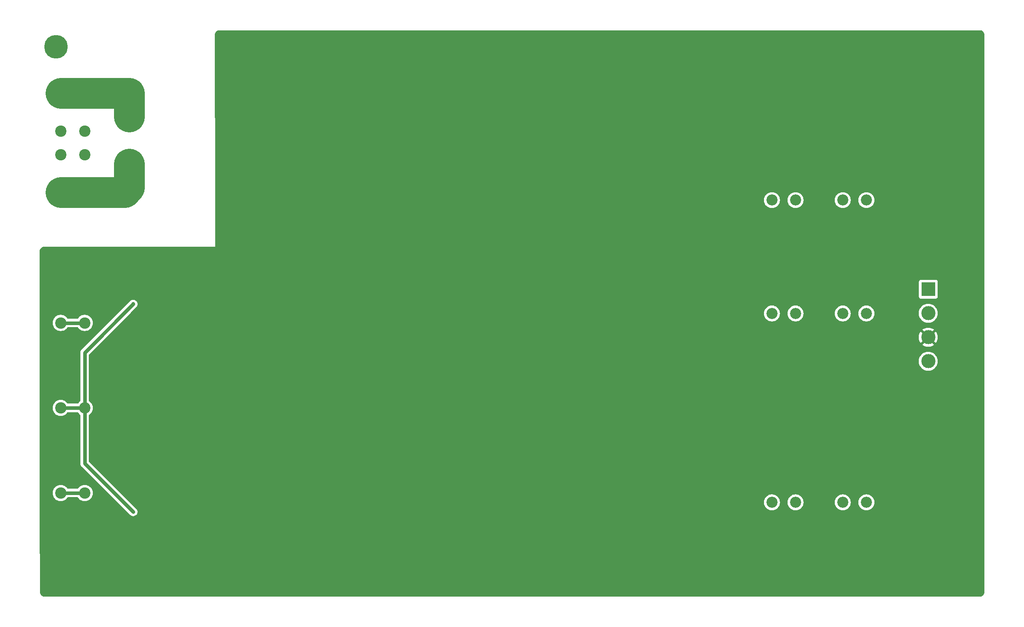
<source format=gbr>
G04 #@! TF.GenerationSoftware,KiCad,Pcbnew,9.0.0*
G04 #@! TF.CreationDate,2025-02-23T15:52:22-07:00*
G04 #@! TF.ProjectId,Power_Supply,506f7765-725f-4537-9570-706c792e6b69,rev?*
G04 #@! TF.SameCoordinates,Original*
G04 #@! TF.FileFunction,Copper,L2,Bot*
G04 #@! TF.FilePolarity,Positive*
%FSLAX46Y46*%
G04 Gerber Fmt 4.6, Leading zero omitted, Abs format (unit mm)*
G04 Created by KiCad (PCBNEW 9.0.0) date 2025-02-23 15:52:22*
%MOMM*%
%LPD*%
G01*
G04 APERTURE LIST*
G04 #@! TA.AperFunction,ComponentPad*
%ADD10C,2.350000*%
G04 #@! TD*
G04 #@! TA.AperFunction,ComponentPad*
%ADD11C,2.400000*%
G04 #@! TD*
G04 #@! TA.AperFunction,ComponentPad*
%ADD12R,3.000000X3.000000*%
G04 #@! TD*
G04 #@! TA.AperFunction,ComponentPad*
%ADD13C,3.000000*%
G04 #@! TD*
G04 #@! TA.AperFunction,ComponentPad*
%ADD14C,5.000000*%
G04 #@! TD*
G04 #@! TA.AperFunction,ViaPad*
%ADD15C,0.800000*%
G04 #@! TD*
G04 #@! TA.AperFunction,Conductor*
%ADD16C,0.800000*%
G04 #@! TD*
G04 #@! TA.AperFunction,Conductor*
%ADD17C,6.500000*%
G04 #@! TD*
G04 APERTURE END LIST*
D10*
X19000000Y-18378200D03*
X19000000Y-13378200D03*
X19000000Y-33378200D03*
X19000000Y-28378200D03*
X170000000Y-36000000D03*
X175000000Y-36000000D03*
X160000000Y-36000000D03*
X155000000Y-36000000D03*
X175000000Y-60000000D03*
X170000000Y-60000000D03*
X155000000Y-60000000D03*
X160000000Y-60000000D03*
X175000000Y-100000000D03*
X170000000Y-100000000D03*
X155000000Y-100000000D03*
X160000000Y-100000000D03*
D11*
X4460000Y-13378200D03*
X9540000Y-13378200D03*
X9540000Y-21378200D03*
X4460000Y-21378200D03*
X9540000Y-62000000D03*
X4460000Y-62000000D03*
X9540000Y-80000000D03*
X4460000Y-80000000D03*
X4460000Y-98000000D03*
X9540000Y-98000000D03*
X4460000Y-34378200D03*
X9540000Y-34378200D03*
D12*
X188087000Y-54864000D03*
D13*
X188087000Y-59944000D03*
X188087000Y-65024000D03*
X188087000Y-70104000D03*
D11*
X4460000Y-26378200D03*
X9540000Y-26378200D03*
D14*
X196500000Y-3500000D03*
X3500000Y-3500000D03*
X3500000Y-116500000D03*
X196500000Y-116500000D03*
D15*
X95651680Y-11160760D03*
X93451680Y-13360760D03*
X93451680Y-15560760D03*
X95651680Y-15560760D03*
X93451680Y-17760760D03*
X95651680Y-17760760D03*
X93451680Y-19960760D03*
X95651680Y-19960760D03*
X97851680Y-11160760D03*
X100051680Y-11160760D03*
X102251680Y-11160760D03*
X104451680Y-11160760D03*
X95651680Y-13360760D03*
X97851680Y-13360760D03*
X100051680Y-13360760D03*
X102251680Y-13360760D03*
X106651680Y-11160760D03*
X104451680Y-13360760D03*
X106651680Y-13360760D03*
X104451680Y-15560760D03*
X106651680Y-15560760D03*
X104451680Y-17760760D03*
X106651680Y-17760760D03*
X104451680Y-19960760D03*
X106651680Y-19960760D03*
X135621120Y-11247120D03*
X133421120Y-13447120D03*
X133421120Y-15647120D03*
X135621120Y-15647120D03*
X133421120Y-17847120D03*
X135621120Y-17847120D03*
X133421120Y-20047120D03*
X135621120Y-20047120D03*
X137821120Y-11247120D03*
X140021120Y-11247120D03*
X142221120Y-11247120D03*
X144421120Y-11247120D03*
X135621120Y-13447120D03*
X137821120Y-13447120D03*
X140021120Y-13447120D03*
X142221120Y-13447120D03*
X146621120Y-11247120D03*
X144421120Y-13447120D03*
X146621120Y-13447120D03*
X144421120Y-15647120D03*
X146621120Y-15647120D03*
X144421120Y-17847120D03*
X146621120Y-17847120D03*
X144421120Y-20047120D03*
X146621120Y-20047120D03*
X97689120Y-53431800D03*
X99889120Y-53431800D03*
X102089120Y-53431800D03*
X106489120Y-51231800D03*
X104289120Y-53431800D03*
X93289120Y-51231800D03*
X104289120Y-55631800D03*
X106489120Y-53431800D03*
X104289120Y-51231800D03*
X95489120Y-53431800D03*
X95489120Y-51231800D03*
X93289120Y-53431800D03*
X102089120Y-51231800D03*
X95489120Y-55631800D03*
X93289120Y-57831800D03*
X95489120Y-57831800D03*
X93289120Y-60031800D03*
X95489120Y-60031800D03*
X93289120Y-55631800D03*
X99889120Y-51231800D03*
X106489120Y-55631800D03*
X106489120Y-57831800D03*
X104289120Y-60031800D03*
X106489120Y-60031800D03*
X104289120Y-57831800D03*
X97689120Y-51231800D03*
X159730440Y-44983400D03*
X62443360Y-13685520D03*
X176067720Y-17993360D03*
X29281120Y-93990160D03*
X160411160Y-91963240D03*
X134680960Y-57993280D03*
X135544560Y-98028760D03*
X93451680Y-11160760D03*
X63139320Y-106334560D03*
X62814200Y-53705760D03*
X97444560Y-109235240D03*
X117642640Y-97297240D03*
X160639760Y-67985640D03*
X133421120Y-11247120D03*
X29291280Y-65999360D03*
X19812000Y-102001320D03*
X19817080Y-58013600D03*
D16*
X9540000Y-62000000D02*
X4460000Y-62000000D01*
X9540000Y-98000000D02*
X4460000Y-98000000D01*
X19812000Y-102001320D02*
X9540000Y-91729320D01*
X9540000Y-91729320D02*
X9540000Y-80000000D01*
X4460000Y-80000000D02*
X9540000Y-80000000D01*
X19817080Y-58013600D02*
X9540000Y-68290680D01*
X9540000Y-68290680D02*
X9540000Y-80000000D01*
D17*
X19000000Y-13378200D02*
X19000000Y-18378200D01*
X9540000Y-13378200D02*
X19000000Y-13378200D01*
X4460000Y-13378200D02*
X9540000Y-13378200D01*
X4460000Y-34378200D02*
X9540000Y-34378200D01*
X19000000Y-28378200D02*
X19000000Y-33378200D01*
X18000000Y-34378200D02*
X19000000Y-33378200D01*
X9540000Y-34378200D02*
X18000000Y-34378200D01*
G04 #@! TA.AperFunction,Conductor*
G36*
X199130343Y-26105D02*
G01*
X199141623Y-27214D01*
X199151965Y-28231D01*
X199176183Y-33045D01*
X199340031Y-82728D01*
X199362839Y-92171D01*
X199513843Y-172859D01*
X199534380Y-186578D01*
X199666735Y-295166D01*
X199684203Y-312628D01*
X199792833Y-444952D01*
X199806557Y-465485D01*
X199887289Y-616459D01*
X199896746Y-639277D01*
X199946474Y-803098D01*
X199951297Y-827320D01*
X199968723Y-1003879D01*
X199969332Y-1016228D01*
X199974500Y-25422455D01*
X199974500Y-119162827D01*
X199974390Y-119163563D01*
X199974495Y-119163930D01*
X199969081Y-119199383D01*
X199921848Y-119355183D01*
X199912397Y-119378007D01*
X199831701Y-119529030D01*
X199817980Y-119549571D01*
X199709363Y-119681955D01*
X199691897Y-119699426D01*
X199559536Y-119808073D01*
X199539001Y-119821796D01*
X199387988Y-119902527D01*
X199365166Y-119911981D01*
X199201301Y-119961696D01*
X199177073Y-119966516D01*
X199112213Y-119972905D01*
X199102189Y-119973893D01*
X199089839Y-119974500D01*
X963590Y-119974500D01*
X951253Y-119973895D01*
X876701Y-119966560D01*
X852501Y-119961751D01*
X688826Y-119912158D01*
X666026Y-119902726D01*
X515143Y-119822181D01*
X494620Y-119808486D01*
X362335Y-119700089D01*
X344876Y-119682660D01*
X236246Y-119550554D01*
X222518Y-119530056D01*
X141716Y-119379313D01*
X132245Y-119356530D01*
X131834Y-119355183D01*
X82370Y-119192937D01*
X77521Y-119168747D01*
X77002Y-119163563D01*
X59864Y-118992382D01*
X59238Y-118980055D01*
X31352Y-102707000D01*
X25500Y-99291717D01*
X25500Y-97888016D01*
X2751500Y-97888016D01*
X2751500Y-98111983D01*
X2780731Y-98334020D01*
X2780733Y-98334027D01*
X2838698Y-98550358D01*
X2924405Y-98757272D01*
X2924406Y-98757273D01*
X2924411Y-98757283D01*
X2999655Y-98887609D01*
X3036386Y-98951228D01*
X3121917Y-99062694D01*
X3172725Y-99128909D01*
X3172734Y-99128919D01*
X3331080Y-99287265D01*
X3331090Y-99287274D01*
X3331091Y-99287275D01*
X3508772Y-99423614D01*
X3702728Y-99535595D01*
X3909642Y-99621302D01*
X4125973Y-99679267D01*
X4125977Y-99679267D01*
X4125979Y-99679268D01*
X4183204Y-99686801D01*
X4348019Y-99708500D01*
X4348026Y-99708500D01*
X4571974Y-99708500D01*
X4571981Y-99708500D01*
X4772656Y-99682080D01*
X4794020Y-99679268D01*
X4794020Y-99679267D01*
X4794027Y-99679267D01*
X5010358Y-99621302D01*
X5217272Y-99535595D01*
X5411228Y-99423614D01*
X5588909Y-99287275D01*
X5747275Y-99128909D01*
X5878574Y-98957795D01*
X5935912Y-98915929D01*
X5978537Y-98908500D01*
X8021463Y-98908500D01*
X8089584Y-98928502D01*
X8121425Y-98957795D01*
X8252725Y-99128909D01*
X8252729Y-99128913D01*
X8252734Y-99128919D01*
X8411080Y-99287265D01*
X8411090Y-99287274D01*
X8411091Y-99287275D01*
X8588772Y-99423614D01*
X8782728Y-99535595D01*
X8989642Y-99621302D01*
X9205973Y-99679267D01*
X9205977Y-99679267D01*
X9205979Y-99679268D01*
X9263204Y-99686801D01*
X9428019Y-99708500D01*
X9428026Y-99708500D01*
X9651974Y-99708500D01*
X9651981Y-99708500D01*
X9852656Y-99682080D01*
X9874020Y-99679268D01*
X9874020Y-99679267D01*
X9874027Y-99679267D01*
X10090358Y-99621302D01*
X10297272Y-99535595D01*
X10491228Y-99423614D01*
X10668909Y-99287275D01*
X10827275Y-99128909D01*
X10963614Y-98951228D01*
X11075595Y-98757272D01*
X11161302Y-98550358D01*
X11219267Y-98334027D01*
X11248500Y-98111981D01*
X11248500Y-97888019D01*
X11219267Y-97665973D01*
X11161302Y-97449642D01*
X11075595Y-97242728D01*
X10963614Y-97048772D01*
X10827275Y-96871091D01*
X10827274Y-96871090D01*
X10827265Y-96871080D01*
X10668919Y-96712734D01*
X10668909Y-96712725D01*
X10491228Y-96576386D01*
X10491223Y-96576383D01*
X10297283Y-96464411D01*
X10297278Y-96464408D01*
X10297272Y-96464405D01*
X10090358Y-96378698D01*
X9874027Y-96320733D01*
X9874020Y-96320731D01*
X9651983Y-96291500D01*
X9651981Y-96291500D01*
X9428019Y-96291500D01*
X9428016Y-96291500D01*
X9205979Y-96320731D01*
X8989642Y-96378698D01*
X8782726Y-96464406D01*
X8782716Y-96464411D01*
X8588776Y-96576383D01*
X8411090Y-96712725D01*
X8411080Y-96712734D01*
X8252734Y-96871080D01*
X8252725Y-96871091D01*
X8121426Y-97042204D01*
X8064088Y-97084071D01*
X8021463Y-97091500D01*
X5978537Y-97091500D01*
X5910416Y-97071498D01*
X5878574Y-97042204D01*
X5747275Y-96871091D01*
X5747269Y-96871085D01*
X5747265Y-96871080D01*
X5588919Y-96712734D01*
X5588909Y-96712725D01*
X5411228Y-96576386D01*
X5411223Y-96576383D01*
X5217283Y-96464411D01*
X5217278Y-96464408D01*
X5217272Y-96464405D01*
X5010358Y-96378698D01*
X4794027Y-96320733D01*
X4794020Y-96320731D01*
X4571983Y-96291500D01*
X4571981Y-96291500D01*
X4348019Y-96291500D01*
X4348016Y-96291500D01*
X4125979Y-96320731D01*
X3909642Y-96378698D01*
X3702726Y-96464406D01*
X3702716Y-96464411D01*
X3508776Y-96576383D01*
X3331090Y-96712725D01*
X3331080Y-96712734D01*
X3172734Y-96871080D01*
X3172725Y-96871090D01*
X3036383Y-97048776D01*
X2924411Y-97242716D01*
X2924406Y-97242726D01*
X2838698Y-97449642D01*
X2780731Y-97665979D01*
X2751500Y-97888016D01*
X25500Y-97888016D01*
X25500Y-79888016D01*
X2751500Y-79888016D01*
X2751500Y-80111983D01*
X2780731Y-80334020D01*
X2780733Y-80334027D01*
X2838698Y-80550358D01*
X2924405Y-80757272D01*
X3036386Y-80951228D01*
X3172724Y-81128908D01*
X3172725Y-81128909D01*
X3172734Y-81128919D01*
X3331080Y-81287265D01*
X3331090Y-81287274D01*
X3331091Y-81287275D01*
X3508772Y-81423614D01*
X3702728Y-81535595D01*
X3909642Y-81621302D01*
X4125973Y-81679267D01*
X4125977Y-81679267D01*
X4125979Y-81679268D01*
X4183204Y-81686801D01*
X4348019Y-81708500D01*
X4348026Y-81708500D01*
X4571974Y-81708500D01*
X4571981Y-81708500D01*
X4772656Y-81682080D01*
X4794020Y-81679268D01*
X4794020Y-81679267D01*
X4794027Y-81679267D01*
X5010358Y-81621302D01*
X5217272Y-81535595D01*
X5411228Y-81423614D01*
X5588909Y-81287275D01*
X5747275Y-81128909D01*
X5878574Y-80957795D01*
X5935912Y-80915929D01*
X5978537Y-80908500D01*
X8021463Y-80908500D01*
X8089584Y-80928502D01*
X8121425Y-80957795D01*
X8252725Y-81128909D01*
X8252729Y-81128913D01*
X8252734Y-81128919D01*
X8411080Y-81287265D01*
X8411097Y-81287280D01*
X8491691Y-81349121D01*
X8582203Y-81418574D01*
X8624071Y-81475911D01*
X8631500Y-81518536D01*
X8631500Y-91639841D01*
X8631500Y-91818799D01*
X8666413Y-91994320D01*
X8734897Y-92159656D01*
X8801330Y-92259080D01*
X8834321Y-92308454D01*
X8834326Y-92308460D01*
X19232859Y-102706993D01*
X19232865Y-102706998D01*
X19381664Y-102806423D01*
X19381666Y-102806424D01*
X19498572Y-102854847D01*
X19498574Y-102854849D01*
X19542572Y-102873073D01*
X19547000Y-102874907D01*
X19722521Y-102909820D01*
X19722522Y-102909820D01*
X19901479Y-102909820D01*
X19901480Y-102909820D01*
X20077000Y-102874907D01*
X20242336Y-102806423D01*
X20391136Y-102706998D01*
X20517678Y-102580456D01*
X20617103Y-102431656D01*
X20685587Y-102266320D01*
X20720500Y-102090800D01*
X20720500Y-101911841D01*
X20685587Y-101736321D01*
X20617103Y-101570984D01*
X20517678Y-101422185D01*
X20517673Y-101422179D01*
X18985149Y-99889655D01*
X153316500Y-99889655D01*
X153316500Y-100110344D01*
X153345303Y-100329131D01*
X153402421Y-100542299D01*
X153402423Y-100542303D01*
X153486873Y-100746187D01*
X153486878Y-100746196D01*
X153597215Y-100937305D01*
X153731562Y-101112390D01*
X153731571Y-101112400D01*
X153887599Y-101268428D01*
X153887609Y-101268437D01*
X154062694Y-101402784D01*
X154126397Y-101439563D01*
X154253809Y-101513125D01*
X154457696Y-101597577D01*
X154670861Y-101654695D01*
X154670867Y-101654695D01*
X154670868Y-101654696D01*
X154695976Y-101658001D01*
X154889658Y-101683500D01*
X154889665Y-101683500D01*
X155110335Y-101683500D01*
X155110342Y-101683500D01*
X155329139Y-101654695D01*
X155542304Y-101597577D01*
X155746191Y-101513125D01*
X155937309Y-101402782D01*
X156112390Y-101268438D01*
X156268438Y-101112390D01*
X156402782Y-100937309D01*
X156513125Y-100746191D01*
X156597577Y-100542304D01*
X156654695Y-100329139D01*
X156683500Y-100110342D01*
X156683500Y-99889658D01*
X156683500Y-99889655D01*
X158316500Y-99889655D01*
X158316500Y-100110344D01*
X158345303Y-100329131D01*
X158402421Y-100542299D01*
X158402423Y-100542303D01*
X158486873Y-100746187D01*
X158486878Y-100746196D01*
X158597215Y-100937305D01*
X158731562Y-101112390D01*
X158731571Y-101112400D01*
X158887599Y-101268428D01*
X158887609Y-101268437D01*
X159062694Y-101402784D01*
X159126397Y-101439563D01*
X159253809Y-101513125D01*
X159457696Y-101597577D01*
X159670861Y-101654695D01*
X159670867Y-101654695D01*
X159670868Y-101654696D01*
X159695976Y-101658001D01*
X159889658Y-101683500D01*
X159889665Y-101683500D01*
X160110335Y-101683500D01*
X160110342Y-101683500D01*
X160329139Y-101654695D01*
X160542304Y-101597577D01*
X160746191Y-101513125D01*
X160937309Y-101402782D01*
X161112390Y-101268438D01*
X161268438Y-101112390D01*
X161402782Y-100937309D01*
X161513125Y-100746191D01*
X161597577Y-100542304D01*
X161654695Y-100329139D01*
X161683500Y-100110342D01*
X161683500Y-99889658D01*
X161683500Y-99889655D01*
X168316500Y-99889655D01*
X168316500Y-100110344D01*
X168345303Y-100329131D01*
X168402421Y-100542299D01*
X168402423Y-100542303D01*
X168486873Y-100746187D01*
X168486878Y-100746196D01*
X168597215Y-100937305D01*
X168731562Y-101112390D01*
X168731571Y-101112400D01*
X168887599Y-101268428D01*
X168887609Y-101268437D01*
X169062694Y-101402784D01*
X169126397Y-101439563D01*
X169253809Y-101513125D01*
X169457696Y-101597577D01*
X169670861Y-101654695D01*
X169670867Y-101654695D01*
X169670868Y-101654696D01*
X169695976Y-101658001D01*
X169889658Y-101683500D01*
X169889665Y-101683500D01*
X170110335Y-101683500D01*
X170110342Y-101683500D01*
X170329139Y-101654695D01*
X170542304Y-101597577D01*
X170746191Y-101513125D01*
X170937309Y-101402782D01*
X171112390Y-101268438D01*
X171268438Y-101112390D01*
X171402782Y-100937309D01*
X171513125Y-100746191D01*
X171597577Y-100542304D01*
X171654695Y-100329139D01*
X171683500Y-100110342D01*
X171683500Y-99889658D01*
X171683500Y-99889655D01*
X173316500Y-99889655D01*
X173316500Y-100110344D01*
X173345303Y-100329131D01*
X173402421Y-100542299D01*
X173402423Y-100542303D01*
X173486873Y-100746187D01*
X173486878Y-100746196D01*
X173597215Y-100937305D01*
X173731562Y-101112390D01*
X173731571Y-101112400D01*
X173887599Y-101268428D01*
X173887609Y-101268437D01*
X174062694Y-101402784D01*
X174126397Y-101439563D01*
X174253809Y-101513125D01*
X174457696Y-101597577D01*
X174670861Y-101654695D01*
X174670867Y-101654695D01*
X174670868Y-101654696D01*
X174695976Y-101658001D01*
X174889658Y-101683500D01*
X174889665Y-101683500D01*
X175110335Y-101683500D01*
X175110342Y-101683500D01*
X175329139Y-101654695D01*
X175542304Y-101597577D01*
X175746191Y-101513125D01*
X175937309Y-101402782D01*
X176112390Y-101268438D01*
X176268438Y-101112390D01*
X176402782Y-100937309D01*
X176513125Y-100746191D01*
X176597577Y-100542304D01*
X176654695Y-100329139D01*
X176683500Y-100110342D01*
X176683500Y-99889658D01*
X176654695Y-99670861D01*
X176597577Y-99457696D01*
X176513125Y-99253809D01*
X176402782Y-99062691D01*
X176268438Y-98887610D01*
X176268437Y-98887609D01*
X176268428Y-98887599D01*
X176112400Y-98731571D01*
X176112390Y-98731562D01*
X175937305Y-98597215D01*
X175746196Y-98486878D01*
X175746187Y-98486873D01*
X175653808Y-98448609D01*
X175542304Y-98402423D01*
X175542301Y-98402422D01*
X175542299Y-98402421D01*
X175367215Y-98355507D01*
X175329139Y-98345305D01*
X175329137Y-98345304D01*
X175329131Y-98345303D01*
X175110344Y-98316500D01*
X175110342Y-98316500D01*
X174889658Y-98316500D01*
X174889655Y-98316500D01*
X174670868Y-98345303D01*
X174457700Y-98402421D01*
X174457696Y-98402423D01*
X174253812Y-98486873D01*
X174253803Y-98486878D01*
X174062694Y-98597215D01*
X173887609Y-98731562D01*
X173887599Y-98731571D01*
X173731571Y-98887599D01*
X173731562Y-98887609D01*
X173597215Y-99062694D01*
X173486878Y-99253803D01*
X173486873Y-99253812D01*
X173402423Y-99457696D01*
X173402421Y-99457700D01*
X173345303Y-99670868D01*
X173316500Y-99889655D01*
X171683500Y-99889655D01*
X171654695Y-99670861D01*
X171597577Y-99457696D01*
X171513125Y-99253809D01*
X171402782Y-99062691D01*
X171268438Y-98887610D01*
X171268437Y-98887609D01*
X171268428Y-98887599D01*
X171112400Y-98731571D01*
X171112390Y-98731562D01*
X170937305Y-98597215D01*
X170746196Y-98486878D01*
X170746187Y-98486873D01*
X170653808Y-98448609D01*
X170542304Y-98402423D01*
X170542301Y-98402422D01*
X170542299Y-98402421D01*
X170367215Y-98355507D01*
X170329139Y-98345305D01*
X170329137Y-98345304D01*
X170329131Y-98345303D01*
X170110344Y-98316500D01*
X170110342Y-98316500D01*
X169889658Y-98316500D01*
X169889655Y-98316500D01*
X169670868Y-98345303D01*
X169457700Y-98402421D01*
X169457696Y-98402423D01*
X169253812Y-98486873D01*
X169253803Y-98486878D01*
X169062694Y-98597215D01*
X168887609Y-98731562D01*
X168887599Y-98731571D01*
X168731571Y-98887599D01*
X168731562Y-98887609D01*
X168597215Y-99062694D01*
X168486878Y-99253803D01*
X168486873Y-99253812D01*
X168402423Y-99457696D01*
X168402421Y-99457700D01*
X168345303Y-99670868D01*
X168316500Y-99889655D01*
X161683500Y-99889655D01*
X161654695Y-99670861D01*
X161597577Y-99457696D01*
X161513125Y-99253809D01*
X161402782Y-99062691D01*
X161268438Y-98887610D01*
X161268437Y-98887609D01*
X161268428Y-98887599D01*
X161112400Y-98731571D01*
X161112390Y-98731562D01*
X160937305Y-98597215D01*
X160746196Y-98486878D01*
X160746187Y-98486873D01*
X160653808Y-98448609D01*
X160542304Y-98402423D01*
X160542301Y-98402422D01*
X160542299Y-98402421D01*
X160367215Y-98355507D01*
X160329139Y-98345305D01*
X160329137Y-98345304D01*
X160329131Y-98345303D01*
X160110344Y-98316500D01*
X160110342Y-98316500D01*
X159889658Y-98316500D01*
X159889655Y-98316500D01*
X159670868Y-98345303D01*
X159457700Y-98402421D01*
X159457696Y-98402423D01*
X159253812Y-98486873D01*
X159253803Y-98486878D01*
X159062694Y-98597215D01*
X158887609Y-98731562D01*
X158887599Y-98731571D01*
X158731571Y-98887599D01*
X158731562Y-98887609D01*
X158597215Y-99062694D01*
X158486878Y-99253803D01*
X158486873Y-99253812D01*
X158402423Y-99457696D01*
X158402421Y-99457700D01*
X158345303Y-99670868D01*
X158316500Y-99889655D01*
X156683500Y-99889655D01*
X156654695Y-99670861D01*
X156597577Y-99457696D01*
X156513125Y-99253809D01*
X156402782Y-99062691D01*
X156268438Y-98887610D01*
X156268437Y-98887609D01*
X156268428Y-98887599D01*
X156112400Y-98731571D01*
X156112390Y-98731562D01*
X155937305Y-98597215D01*
X155746196Y-98486878D01*
X155746187Y-98486873D01*
X155653808Y-98448609D01*
X155542304Y-98402423D01*
X155542301Y-98402422D01*
X155542299Y-98402421D01*
X155367215Y-98355507D01*
X155329139Y-98345305D01*
X155329137Y-98345304D01*
X155329131Y-98345303D01*
X155110344Y-98316500D01*
X155110342Y-98316500D01*
X154889658Y-98316500D01*
X154889655Y-98316500D01*
X154670868Y-98345303D01*
X154457700Y-98402421D01*
X154457696Y-98402423D01*
X154253812Y-98486873D01*
X154253803Y-98486878D01*
X154062694Y-98597215D01*
X153887609Y-98731562D01*
X153887599Y-98731571D01*
X153731571Y-98887599D01*
X153731562Y-98887609D01*
X153597215Y-99062694D01*
X153486878Y-99253803D01*
X153486873Y-99253812D01*
X153402423Y-99457696D01*
X153402421Y-99457700D01*
X153345303Y-99670868D01*
X153316500Y-99889655D01*
X18985149Y-99889655D01*
X10485405Y-91389911D01*
X10451379Y-91327599D01*
X10448500Y-91300816D01*
X10448500Y-81518536D01*
X10468502Y-81450415D01*
X10497795Y-81418574D01*
X10668909Y-81287275D01*
X10827275Y-81128909D01*
X10963614Y-80951228D01*
X11075595Y-80757272D01*
X11161302Y-80550358D01*
X11219267Y-80334027D01*
X11248500Y-80111981D01*
X11248500Y-79888019D01*
X11219267Y-79665973D01*
X11161302Y-79449642D01*
X11075595Y-79242728D01*
X10963614Y-79048772D01*
X10827275Y-78871091D01*
X10827274Y-78871090D01*
X10827265Y-78871080D01*
X10668919Y-78712734D01*
X10668913Y-78712729D01*
X10668909Y-78712725D01*
X10497795Y-78581425D01*
X10455929Y-78524088D01*
X10448500Y-78481463D01*
X10448500Y-69972353D01*
X186078500Y-69972353D01*
X186078500Y-70235646D01*
X186112864Y-70496672D01*
X186112865Y-70496678D01*
X186112866Y-70496680D01*
X186181010Y-70750997D01*
X186281766Y-70994243D01*
X186281767Y-70994244D01*
X186281772Y-70994255D01*
X186413407Y-71222253D01*
X186573689Y-71431138D01*
X186573698Y-71431148D01*
X186759851Y-71617301D01*
X186759861Y-71617310D01*
X186968746Y-71777592D01*
X187196744Y-71909227D01*
X187196748Y-71909228D01*
X187196757Y-71909234D01*
X187440003Y-72009990D01*
X187694320Y-72078134D01*
X187694326Y-72078134D01*
X187694327Y-72078135D01*
X187724281Y-72082078D01*
X187955356Y-72112500D01*
X187955363Y-72112500D01*
X188218637Y-72112500D01*
X188218644Y-72112500D01*
X188479680Y-72078134D01*
X188733997Y-72009990D01*
X188977243Y-71909234D01*
X189205257Y-71777590D01*
X189414138Y-71617311D01*
X189600311Y-71431138D01*
X189760590Y-71222257D01*
X189892234Y-70994243D01*
X189992990Y-70750997D01*
X190061134Y-70496680D01*
X190095500Y-70235644D01*
X190095500Y-69972356D01*
X190061134Y-69711320D01*
X189992990Y-69457003D01*
X189892234Y-69213757D01*
X189892228Y-69213748D01*
X189892227Y-69213744D01*
X189760592Y-68985746D01*
X189600310Y-68776861D01*
X189600301Y-68776851D01*
X189414148Y-68590698D01*
X189414138Y-68590689D01*
X189205253Y-68430407D01*
X188977255Y-68298772D01*
X188977247Y-68298768D01*
X188977243Y-68298766D01*
X188733997Y-68198010D01*
X188479680Y-68129866D01*
X188479678Y-68129865D01*
X188479672Y-68129864D01*
X188218646Y-68095500D01*
X188218644Y-68095500D01*
X187955356Y-68095500D01*
X187955353Y-68095500D01*
X187694327Y-68129864D01*
X187440003Y-68198010D01*
X187196755Y-68298767D01*
X187196744Y-68298772D01*
X186968746Y-68430407D01*
X186759861Y-68590689D01*
X186759851Y-68590698D01*
X186573698Y-68776851D01*
X186573689Y-68776861D01*
X186413407Y-68985746D01*
X186281772Y-69213744D01*
X186281767Y-69213755D01*
X186181010Y-69457003D01*
X186112864Y-69711327D01*
X186078500Y-69972353D01*
X10448500Y-69972353D01*
X10448500Y-68719183D01*
X10468502Y-68651062D01*
X10485405Y-68630088D01*
X14223107Y-64892386D01*
X186079000Y-64892386D01*
X186079000Y-65155613D01*
X186113355Y-65416575D01*
X186181484Y-65670835D01*
X186282216Y-65914023D01*
X186282221Y-65914034D01*
X186413823Y-66141975D01*
X186413827Y-66141981D01*
X186498916Y-66252870D01*
X186498917Y-66252871D01*
X187400110Y-65351677D01*
X187413497Y-65383995D01*
X187496670Y-65508472D01*
X187602528Y-65614330D01*
X187727005Y-65697503D01*
X187759320Y-65710888D01*
X186858127Y-66612081D01*
X186858127Y-66612082D01*
X186969017Y-66697171D01*
X186969024Y-66697176D01*
X187196965Y-66828778D01*
X187196976Y-66828783D01*
X187440164Y-66929515D01*
X187694424Y-66997644D01*
X187955386Y-67031999D01*
X187955396Y-67032000D01*
X188218604Y-67032000D01*
X188218613Y-67031999D01*
X188479575Y-66997644D01*
X188733835Y-66929515D01*
X188977023Y-66828783D01*
X188977034Y-66828778D01*
X189204975Y-66697176D01*
X189204981Y-66697172D01*
X189315871Y-66612082D01*
X189315871Y-66612081D01*
X188414679Y-65710888D01*
X188446995Y-65697503D01*
X188571472Y-65614330D01*
X188677330Y-65508472D01*
X188760503Y-65383995D01*
X188773888Y-65351678D01*
X189675081Y-66252871D01*
X189675082Y-66252871D01*
X189760172Y-66141981D01*
X189760176Y-66141975D01*
X189891778Y-65914034D01*
X189891783Y-65914023D01*
X189992515Y-65670835D01*
X190060644Y-65416575D01*
X190094999Y-65155613D01*
X190095000Y-65155604D01*
X190095000Y-64892396D01*
X190094999Y-64892386D01*
X190060644Y-64631424D01*
X189992515Y-64377164D01*
X189891783Y-64133976D01*
X189891778Y-64133965D01*
X189760176Y-63906024D01*
X189760171Y-63906017D01*
X189675081Y-63795127D01*
X188773888Y-64696320D01*
X188760503Y-64664005D01*
X188677330Y-64539528D01*
X188571472Y-64433670D01*
X188446995Y-64350497D01*
X188414678Y-64337111D01*
X189315871Y-63435917D01*
X189315870Y-63435916D01*
X189204981Y-63350827D01*
X189204975Y-63350823D01*
X188977034Y-63219221D01*
X188977023Y-63219216D01*
X188733835Y-63118484D01*
X188479575Y-63050355D01*
X188218613Y-63016000D01*
X187955386Y-63016000D01*
X187694424Y-63050355D01*
X187440164Y-63118484D01*
X187196976Y-63219216D01*
X187196965Y-63219221D01*
X186969024Y-63350823D01*
X186858127Y-63435917D01*
X187759321Y-64337111D01*
X187727005Y-64350497D01*
X187602528Y-64433670D01*
X187496670Y-64539528D01*
X187413497Y-64664005D01*
X187400111Y-64696321D01*
X186498917Y-63795127D01*
X186413823Y-63906024D01*
X186282221Y-64133965D01*
X186282216Y-64133976D01*
X186181484Y-64377164D01*
X186113355Y-64631424D01*
X186079000Y-64892386D01*
X14223107Y-64892386D01*
X15719944Y-63395549D01*
X19225839Y-59889655D01*
X153316500Y-59889655D01*
X153316500Y-60110344D01*
X153345303Y-60329131D01*
X153345304Y-60329137D01*
X153345305Y-60329139D01*
X153347326Y-60336680D01*
X153402421Y-60542299D01*
X153402423Y-60542303D01*
X153486873Y-60746187D01*
X153486878Y-60746196D01*
X153597215Y-60937305D01*
X153731562Y-61112390D01*
X153731571Y-61112400D01*
X153887599Y-61268428D01*
X153887609Y-61268437D01*
X153887610Y-61268438D01*
X154062691Y-61402782D01*
X154253809Y-61513125D01*
X154457696Y-61597577D01*
X154670861Y-61654695D01*
X154670867Y-61654695D01*
X154670868Y-61654696D01*
X154695976Y-61658001D01*
X154889658Y-61683500D01*
X154889665Y-61683500D01*
X155110335Y-61683500D01*
X155110342Y-61683500D01*
X155329139Y-61654695D01*
X155542304Y-61597577D01*
X155746191Y-61513125D01*
X155937309Y-61402782D01*
X156112390Y-61268438D01*
X156268438Y-61112390D01*
X156402782Y-60937309D01*
X156513125Y-60746191D01*
X156597577Y-60542304D01*
X156654695Y-60329139D01*
X156683500Y-60110342D01*
X156683500Y-59889658D01*
X156683500Y-59889655D01*
X158316500Y-59889655D01*
X158316500Y-60110344D01*
X158345303Y-60329131D01*
X158345304Y-60329137D01*
X158345305Y-60329139D01*
X158347326Y-60336680D01*
X158402421Y-60542299D01*
X158402423Y-60542303D01*
X158486873Y-60746187D01*
X158486878Y-60746196D01*
X158597215Y-60937305D01*
X158731562Y-61112390D01*
X158731571Y-61112400D01*
X158887599Y-61268428D01*
X158887609Y-61268437D01*
X158887610Y-61268438D01*
X159062691Y-61402782D01*
X159253809Y-61513125D01*
X159457696Y-61597577D01*
X159670861Y-61654695D01*
X159670867Y-61654695D01*
X159670868Y-61654696D01*
X159695976Y-61658001D01*
X159889658Y-61683500D01*
X159889665Y-61683500D01*
X160110335Y-61683500D01*
X160110342Y-61683500D01*
X160329139Y-61654695D01*
X160542304Y-61597577D01*
X160746191Y-61513125D01*
X160937309Y-61402782D01*
X161112390Y-61268438D01*
X161268438Y-61112390D01*
X161402782Y-60937309D01*
X161513125Y-60746191D01*
X161597577Y-60542304D01*
X161654695Y-60329139D01*
X161683500Y-60110342D01*
X161683500Y-59889658D01*
X161683500Y-59889655D01*
X168316500Y-59889655D01*
X168316500Y-60110344D01*
X168345303Y-60329131D01*
X168345304Y-60329137D01*
X168345305Y-60329139D01*
X168347326Y-60336680D01*
X168402421Y-60542299D01*
X168402423Y-60542303D01*
X168486873Y-60746187D01*
X168486878Y-60746196D01*
X168597215Y-60937305D01*
X168731562Y-61112390D01*
X168731571Y-61112400D01*
X168887599Y-61268428D01*
X168887609Y-61268437D01*
X168887610Y-61268438D01*
X169062691Y-61402782D01*
X169253809Y-61513125D01*
X169457696Y-61597577D01*
X169670861Y-61654695D01*
X169670867Y-61654695D01*
X169670868Y-61654696D01*
X169695976Y-61658001D01*
X169889658Y-61683500D01*
X169889665Y-61683500D01*
X170110335Y-61683500D01*
X170110342Y-61683500D01*
X170329139Y-61654695D01*
X170542304Y-61597577D01*
X170746191Y-61513125D01*
X170937309Y-61402782D01*
X171112390Y-61268438D01*
X171268438Y-61112390D01*
X171402782Y-60937309D01*
X171513125Y-60746191D01*
X171597577Y-60542304D01*
X171654695Y-60329139D01*
X171683500Y-60110342D01*
X171683500Y-59889658D01*
X171683500Y-59889655D01*
X173316500Y-59889655D01*
X173316500Y-60110344D01*
X173345303Y-60329131D01*
X173345304Y-60329137D01*
X173345305Y-60329139D01*
X173347326Y-60336680D01*
X173402421Y-60542299D01*
X173402423Y-60542303D01*
X173486873Y-60746187D01*
X173486878Y-60746196D01*
X173597215Y-60937305D01*
X173731562Y-61112390D01*
X173731571Y-61112400D01*
X173887599Y-61268428D01*
X173887609Y-61268437D01*
X173887610Y-61268438D01*
X174062691Y-61402782D01*
X174253809Y-61513125D01*
X174457696Y-61597577D01*
X174670861Y-61654695D01*
X174670867Y-61654695D01*
X174670868Y-61654696D01*
X174695976Y-61658001D01*
X174889658Y-61683500D01*
X174889665Y-61683500D01*
X175110335Y-61683500D01*
X175110342Y-61683500D01*
X175329139Y-61654695D01*
X175542304Y-61597577D01*
X175746191Y-61513125D01*
X175937309Y-61402782D01*
X176112390Y-61268438D01*
X176268438Y-61112390D01*
X176402782Y-60937309D01*
X176513125Y-60746191D01*
X176597577Y-60542304D01*
X176654695Y-60329139D01*
X176683500Y-60110342D01*
X176683500Y-59889658D01*
X176673323Y-59812353D01*
X186078500Y-59812353D01*
X186078500Y-60075646D01*
X186112864Y-60336672D01*
X186112865Y-60336678D01*
X186112866Y-60336680D01*
X186181010Y-60590997D01*
X186281766Y-60834243D01*
X186281767Y-60834244D01*
X186281772Y-60834255D01*
X186413407Y-61062253D01*
X186573689Y-61271138D01*
X186573698Y-61271148D01*
X186759851Y-61457301D01*
X186759861Y-61457310D01*
X186759862Y-61457311D01*
X186942661Y-61597577D01*
X186968746Y-61617592D01*
X187196744Y-61749227D01*
X187196748Y-61749228D01*
X187196757Y-61749234D01*
X187440003Y-61849990D01*
X187694320Y-61918134D01*
X187694326Y-61918134D01*
X187694327Y-61918135D01*
X187724281Y-61922078D01*
X187955356Y-61952500D01*
X187955363Y-61952500D01*
X188218637Y-61952500D01*
X188218644Y-61952500D01*
X188479680Y-61918134D01*
X188733997Y-61849990D01*
X188977243Y-61749234D01*
X189205257Y-61617590D01*
X189414138Y-61457311D01*
X189600311Y-61271138D01*
X189760590Y-61062257D01*
X189892234Y-60834243D01*
X189992990Y-60590997D01*
X190061134Y-60336680D01*
X190095500Y-60075644D01*
X190095500Y-59812356D01*
X190061134Y-59551320D01*
X189992990Y-59297003D01*
X189892234Y-59053757D01*
X189892228Y-59053748D01*
X189892227Y-59053744D01*
X189760592Y-58825746D01*
X189688329Y-58731571D01*
X189600311Y-58616862D01*
X189600310Y-58616861D01*
X189600301Y-58616851D01*
X189414148Y-58430698D01*
X189414138Y-58430689D01*
X189205253Y-58270407D01*
X188977255Y-58138772D01*
X188977247Y-58138768D01*
X188977243Y-58138766D01*
X188733997Y-58038010D01*
X188479680Y-57969866D01*
X188479678Y-57969865D01*
X188479672Y-57969864D01*
X188218646Y-57935500D01*
X188218644Y-57935500D01*
X187955356Y-57935500D01*
X187955353Y-57935500D01*
X187694327Y-57969864D01*
X187440003Y-58038010D01*
X187196755Y-58138767D01*
X187196744Y-58138772D01*
X186968746Y-58270407D01*
X186759861Y-58430689D01*
X186759851Y-58430698D01*
X186573698Y-58616851D01*
X186573689Y-58616861D01*
X186413407Y-58825746D01*
X186281772Y-59053744D01*
X186281767Y-59053755D01*
X186281766Y-59053757D01*
X186278064Y-59062694D01*
X186181010Y-59297003D01*
X186112864Y-59551327D01*
X186078500Y-59812353D01*
X176673323Y-59812353D01*
X176654695Y-59670861D01*
X176597577Y-59457696D01*
X176513125Y-59253809D01*
X176402782Y-59062691D01*
X176268438Y-58887610D01*
X176268437Y-58887609D01*
X176268428Y-58887599D01*
X176112400Y-58731571D01*
X176112390Y-58731562D01*
X175937305Y-58597215D01*
X175746196Y-58486878D01*
X175746187Y-58486873D01*
X175642524Y-58443935D01*
X175542304Y-58402423D01*
X175542301Y-58402422D01*
X175542299Y-58402421D01*
X175367215Y-58355507D01*
X175329139Y-58345305D01*
X175329137Y-58345304D01*
X175329131Y-58345303D01*
X175110344Y-58316500D01*
X175110342Y-58316500D01*
X174889658Y-58316500D01*
X174889655Y-58316500D01*
X174670868Y-58345303D01*
X174457700Y-58402421D01*
X174457696Y-58402423D01*
X174253812Y-58486873D01*
X174253803Y-58486878D01*
X174062694Y-58597215D01*
X173887609Y-58731562D01*
X173887599Y-58731571D01*
X173731571Y-58887599D01*
X173731562Y-58887609D01*
X173597215Y-59062694D01*
X173486878Y-59253803D01*
X173486873Y-59253812D01*
X173402423Y-59457696D01*
X173402421Y-59457700D01*
X173345303Y-59670868D01*
X173316500Y-59889655D01*
X171683500Y-59889655D01*
X171654695Y-59670861D01*
X171597577Y-59457696D01*
X171513125Y-59253809D01*
X171402782Y-59062691D01*
X171268438Y-58887610D01*
X171268437Y-58887609D01*
X171268428Y-58887599D01*
X171112400Y-58731571D01*
X171112390Y-58731562D01*
X170937305Y-58597215D01*
X170746196Y-58486878D01*
X170746187Y-58486873D01*
X170642524Y-58443935D01*
X170542304Y-58402423D01*
X170542301Y-58402422D01*
X170542299Y-58402421D01*
X170367215Y-58355507D01*
X170329139Y-58345305D01*
X170329137Y-58345304D01*
X170329131Y-58345303D01*
X170110344Y-58316500D01*
X170110342Y-58316500D01*
X169889658Y-58316500D01*
X169889655Y-58316500D01*
X169670868Y-58345303D01*
X169457700Y-58402421D01*
X169457696Y-58402423D01*
X169253812Y-58486873D01*
X169253803Y-58486878D01*
X169062694Y-58597215D01*
X168887609Y-58731562D01*
X168887599Y-58731571D01*
X168731571Y-58887599D01*
X168731562Y-58887609D01*
X168597215Y-59062694D01*
X168486878Y-59253803D01*
X168486873Y-59253812D01*
X168402423Y-59457696D01*
X168402421Y-59457700D01*
X168345303Y-59670868D01*
X168316500Y-59889655D01*
X161683500Y-59889655D01*
X161654695Y-59670861D01*
X161597577Y-59457696D01*
X161513125Y-59253809D01*
X161402782Y-59062691D01*
X161268438Y-58887610D01*
X161268437Y-58887609D01*
X161268428Y-58887599D01*
X161112400Y-58731571D01*
X161112390Y-58731562D01*
X160937305Y-58597215D01*
X160746196Y-58486878D01*
X160746187Y-58486873D01*
X160642524Y-58443935D01*
X160542304Y-58402423D01*
X160542301Y-58402422D01*
X160542299Y-58402421D01*
X160367215Y-58355507D01*
X160329139Y-58345305D01*
X160329137Y-58345304D01*
X160329131Y-58345303D01*
X160110344Y-58316500D01*
X160110342Y-58316500D01*
X159889658Y-58316500D01*
X159889655Y-58316500D01*
X159670868Y-58345303D01*
X159457700Y-58402421D01*
X159457696Y-58402423D01*
X159253812Y-58486873D01*
X159253803Y-58486878D01*
X159062694Y-58597215D01*
X158887609Y-58731562D01*
X158887599Y-58731571D01*
X158731571Y-58887599D01*
X158731562Y-58887609D01*
X158597215Y-59062694D01*
X158486878Y-59253803D01*
X158486873Y-59253812D01*
X158402423Y-59457696D01*
X158402421Y-59457700D01*
X158345303Y-59670868D01*
X158316500Y-59889655D01*
X156683500Y-59889655D01*
X156654695Y-59670861D01*
X156597577Y-59457696D01*
X156513125Y-59253809D01*
X156402782Y-59062691D01*
X156268438Y-58887610D01*
X156268437Y-58887609D01*
X156268428Y-58887599D01*
X156112400Y-58731571D01*
X156112390Y-58731562D01*
X155937305Y-58597215D01*
X155746196Y-58486878D01*
X155746187Y-58486873D01*
X155642524Y-58443935D01*
X155542304Y-58402423D01*
X155542301Y-58402422D01*
X155542299Y-58402421D01*
X155367215Y-58355507D01*
X155329139Y-58345305D01*
X155329137Y-58345304D01*
X155329131Y-58345303D01*
X155110344Y-58316500D01*
X155110342Y-58316500D01*
X154889658Y-58316500D01*
X154889655Y-58316500D01*
X154670868Y-58345303D01*
X154457700Y-58402421D01*
X154457696Y-58402423D01*
X154253812Y-58486873D01*
X154253803Y-58486878D01*
X154062694Y-58597215D01*
X153887609Y-58731562D01*
X153887599Y-58731571D01*
X153731571Y-58887599D01*
X153731562Y-58887609D01*
X153597215Y-59062694D01*
X153486878Y-59253803D01*
X153486873Y-59253812D01*
X153402423Y-59457696D01*
X153402421Y-59457700D01*
X153345303Y-59670868D01*
X153316500Y-59889655D01*
X19225839Y-59889655D01*
X19319056Y-59796438D01*
X20522753Y-58592740D01*
X20522758Y-58592735D01*
X20622183Y-58443936D01*
X20690667Y-58278600D01*
X20725580Y-58103079D01*
X20725580Y-57924121D01*
X20690667Y-57748600D01*
X20622183Y-57583264D01*
X20522758Y-57434465D01*
X20522753Y-57434459D01*
X20396220Y-57307926D01*
X20396214Y-57307921D01*
X20346840Y-57274930D01*
X20247416Y-57208497D01*
X20082080Y-57140013D01*
X19906561Y-57105100D01*
X19906559Y-57105100D01*
X19727601Y-57105100D01*
X19727598Y-57105100D01*
X19552079Y-57140013D01*
X19552074Y-57140015D01*
X19386744Y-57208497D01*
X19237945Y-57307921D01*
X19237939Y-57307926D01*
X8834326Y-67711539D01*
X8834321Y-67711545D01*
X8734897Y-67860344D01*
X8666415Y-68025674D01*
X8666413Y-68025679D01*
X8631500Y-68201198D01*
X8631500Y-78481463D01*
X8611498Y-78549584D01*
X8582204Y-78581426D01*
X8411091Y-78712725D01*
X8411080Y-78712734D01*
X8252734Y-78871080D01*
X8252725Y-78871091D01*
X8121426Y-79042204D01*
X8064088Y-79084071D01*
X8021463Y-79091500D01*
X5978537Y-79091500D01*
X5910416Y-79071498D01*
X5878574Y-79042204D01*
X5747275Y-78871091D01*
X5747269Y-78871085D01*
X5747265Y-78871080D01*
X5588919Y-78712734D01*
X5588909Y-78712725D01*
X5411228Y-78576386D01*
X5411223Y-78576383D01*
X5217283Y-78464411D01*
X5217278Y-78464408D01*
X5217272Y-78464405D01*
X5010358Y-78378698D01*
X4794027Y-78320733D01*
X4794020Y-78320731D01*
X4571983Y-78291500D01*
X4571981Y-78291500D01*
X4348019Y-78291500D01*
X4348016Y-78291500D01*
X4125979Y-78320731D01*
X3909642Y-78378698D01*
X3702726Y-78464406D01*
X3702716Y-78464411D01*
X3508776Y-78576383D01*
X3331090Y-78712725D01*
X3331080Y-78712734D01*
X3172734Y-78871080D01*
X3172725Y-78871090D01*
X3036383Y-79048776D01*
X2924411Y-79242716D01*
X2924406Y-79242726D01*
X2838698Y-79449642D01*
X2780731Y-79665979D01*
X2751500Y-79888016D01*
X25500Y-79888016D01*
X25500Y-61888016D01*
X2751500Y-61888016D01*
X2751500Y-62111983D01*
X2780731Y-62334020D01*
X2780733Y-62334027D01*
X2838698Y-62550358D01*
X2924405Y-62757272D01*
X3036386Y-62951228D01*
X3112449Y-63050355D01*
X3172725Y-63128909D01*
X3172734Y-63128919D01*
X3331080Y-63287265D01*
X3331090Y-63287274D01*
X3331091Y-63287275D01*
X3508772Y-63423614D01*
X3702728Y-63535595D01*
X3909642Y-63621302D01*
X4125973Y-63679267D01*
X4125977Y-63679267D01*
X4125979Y-63679268D01*
X4183204Y-63686801D01*
X4348019Y-63708500D01*
X4348026Y-63708500D01*
X4571974Y-63708500D01*
X4571981Y-63708500D01*
X4772656Y-63682080D01*
X4794020Y-63679268D01*
X4794020Y-63679267D01*
X4794027Y-63679267D01*
X5010358Y-63621302D01*
X5217272Y-63535595D01*
X5411228Y-63423614D01*
X5588909Y-63287275D01*
X5747275Y-63128909D01*
X5878574Y-62957795D01*
X5935912Y-62915929D01*
X5978537Y-62908500D01*
X8021463Y-62908500D01*
X8089584Y-62928502D01*
X8121425Y-62957795D01*
X8252725Y-63128909D01*
X8252729Y-63128913D01*
X8252734Y-63128919D01*
X8411080Y-63287265D01*
X8411090Y-63287274D01*
X8411091Y-63287275D01*
X8588772Y-63423614D01*
X8782728Y-63535595D01*
X8989642Y-63621302D01*
X9205973Y-63679267D01*
X9205977Y-63679267D01*
X9205979Y-63679268D01*
X9263204Y-63686801D01*
X9428019Y-63708500D01*
X9428026Y-63708500D01*
X9651974Y-63708500D01*
X9651981Y-63708500D01*
X9852656Y-63682080D01*
X9874020Y-63679268D01*
X9874020Y-63679267D01*
X9874027Y-63679267D01*
X10090358Y-63621302D01*
X10297272Y-63535595D01*
X10491228Y-63423614D01*
X10668909Y-63287275D01*
X10827275Y-63128909D01*
X10963614Y-62951228D01*
X11075595Y-62757272D01*
X11161302Y-62550358D01*
X11219267Y-62334027D01*
X11248500Y-62111981D01*
X11248500Y-61888019D01*
X11226801Y-61723204D01*
X11219268Y-61665979D01*
X11219267Y-61665977D01*
X11219267Y-61665973D01*
X11161302Y-61449642D01*
X11075595Y-61242728D01*
X10963614Y-61048772D01*
X10827275Y-60871091D01*
X10827274Y-60871090D01*
X10827265Y-60871080D01*
X10668919Y-60712734D01*
X10668909Y-60712725D01*
X10510269Y-60590997D01*
X10491228Y-60576386D01*
X10491223Y-60576383D01*
X10297283Y-60464411D01*
X10297278Y-60464408D01*
X10297272Y-60464405D01*
X10090358Y-60378698D01*
X9874027Y-60320733D01*
X9874020Y-60320731D01*
X9651983Y-60291500D01*
X9651981Y-60291500D01*
X9428019Y-60291500D01*
X9428016Y-60291500D01*
X9205979Y-60320731D01*
X8989642Y-60378698D01*
X8782726Y-60464406D01*
X8782716Y-60464411D01*
X8588776Y-60576383D01*
X8411090Y-60712725D01*
X8411080Y-60712734D01*
X8252734Y-60871080D01*
X8252725Y-60871091D01*
X8121426Y-61042204D01*
X8064088Y-61084071D01*
X8021463Y-61091500D01*
X5978537Y-61091500D01*
X5910416Y-61071498D01*
X5878574Y-61042204D01*
X5747275Y-60871091D01*
X5747269Y-60871085D01*
X5747265Y-60871080D01*
X5588919Y-60712734D01*
X5588909Y-60712725D01*
X5430269Y-60590997D01*
X5411228Y-60576386D01*
X5411223Y-60576383D01*
X5217283Y-60464411D01*
X5217278Y-60464408D01*
X5217272Y-60464405D01*
X5010358Y-60378698D01*
X4794027Y-60320733D01*
X4794020Y-60320731D01*
X4571983Y-60291500D01*
X4571981Y-60291500D01*
X4348019Y-60291500D01*
X4348016Y-60291500D01*
X4125979Y-60320731D01*
X3909642Y-60378698D01*
X3702726Y-60464406D01*
X3702716Y-60464411D01*
X3508776Y-60576383D01*
X3331090Y-60712725D01*
X3331080Y-60712734D01*
X3172734Y-60871080D01*
X3172725Y-60871090D01*
X3036383Y-61048776D01*
X2924411Y-61242716D01*
X2924406Y-61242726D01*
X2838698Y-61449642D01*
X2780731Y-61665979D01*
X2751500Y-61888016D01*
X25500Y-61888016D01*
X25500Y-53315350D01*
X186078500Y-53315350D01*
X186078500Y-56412649D01*
X186085009Y-56473196D01*
X186085011Y-56473204D01*
X186136110Y-56610202D01*
X186136112Y-56610207D01*
X186223738Y-56727261D01*
X186340792Y-56814887D01*
X186340794Y-56814888D01*
X186340796Y-56814889D01*
X186399875Y-56836924D01*
X186477795Y-56865988D01*
X186477803Y-56865990D01*
X186538350Y-56872499D01*
X186538355Y-56872499D01*
X186538362Y-56872500D01*
X186538368Y-56872500D01*
X189635632Y-56872500D01*
X189635638Y-56872500D01*
X189635645Y-56872499D01*
X189635649Y-56872499D01*
X189696196Y-56865990D01*
X189696199Y-56865989D01*
X189696201Y-56865989D01*
X189833204Y-56814889D01*
X189950261Y-56727261D01*
X190037889Y-56610204D01*
X190088989Y-56473201D01*
X190095500Y-56412638D01*
X190095500Y-53315362D01*
X190095499Y-53315350D01*
X190088990Y-53254803D01*
X190088988Y-53254795D01*
X190037889Y-53117797D01*
X190037887Y-53117792D01*
X189950261Y-53000738D01*
X189833207Y-52913112D01*
X189833202Y-52913110D01*
X189696204Y-52862011D01*
X189696196Y-52862009D01*
X189635649Y-52855500D01*
X189635638Y-52855500D01*
X186538362Y-52855500D01*
X186538350Y-52855500D01*
X186477803Y-52862009D01*
X186477795Y-52862011D01*
X186340797Y-52913110D01*
X186340792Y-52913112D01*
X186223738Y-53000738D01*
X186136112Y-53117792D01*
X186136110Y-53117797D01*
X186085011Y-53254795D01*
X186085009Y-53254803D01*
X186078500Y-53315350D01*
X25500Y-53315350D01*
X25500Y-46675282D01*
X25611Y-46674532D01*
X25505Y-46674158D01*
X30925Y-46638707D01*
X72518Y-46501590D01*
X81968Y-46478775D01*
X162682Y-46327769D01*
X176398Y-46307242D01*
X285025Y-46174879D01*
X302479Y-46157425D01*
X434842Y-46048798D01*
X455369Y-46035082D01*
X606380Y-45954365D01*
X629181Y-45944921D01*
X793042Y-45895214D01*
X817257Y-45890398D01*
X993837Y-45873006D01*
X1006187Y-45872400D01*
X37205920Y-45872400D01*
X37205920Y-45872399D01*
X37174950Y-35889655D01*
X153316500Y-35889655D01*
X153316500Y-36110344D01*
X153345303Y-36329131D01*
X153402421Y-36542299D01*
X153402423Y-36542303D01*
X153486873Y-36746187D01*
X153486878Y-36746196D01*
X153597215Y-36937305D01*
X153731562Y-37112390D01*
X153731571Y-37112400D01*
X153887599Y-37268428D01*
X153887609Y-37268437D01*
X153887610Y-37268438D01*
X154062691Y-37402782D01*
X154253809Y-37513125D01*
X154457696Y-37597577D01*
X154670861Y-37654695D01*
X154670867Y-37654695D01*
X154670868Y-37654696D01*
X154695976Y-37658001D01*
X154889658Y-37683500D01*
X154889665Y-37683500D01*
X155110335Y-37683500D01*
X155110342Y-37683500D01*
X155329139Y-37654695D01*
X155542304Y-37597577D01*
X155746191Y-37513125D01*
X155937309Y-37402782D01*
X156112390Y-37268438D01*
X156268438Y-37112390D01*
X156402782Y-36937309D01*
X156513125Y-36746191D01*
X156597577Y-36542304D01*
X156654695Y-36329139D01*
X156683500Y-36110342D01*
X156683500Y-35889658D01*
X156683500Y-35889655D01*
X158316500Y-35889655D01*
X158316500Y-36110344D01*
X158345303Y-36329131D01*
X158402421Y-36542299D01*
X158402423Y-36542303D01*
X158486873Y-36746187D01*
X158486878Y-36746196D01*
X158597215Y-36937305D01*
X158731562Y-37112390D01*
X158731571Y-37112400D01*
X158887599Y-37268428D01*
X158887609Y-37268437D01*
X158887610Y-37268438D01*
X159062691Y-37402782D01*
X159253809Y-37513125D01*
X159457696Y-37597577D01*
X159670861Y-37654695D01*
X159670867Y-37654695D01*
X159670868Y-37654696D01*
X159695976Y-37658001D01*
X159889658Y-37683500D01*
X159889665Y-37683500D01*
X160110335Y-37683500D01*
X160110342Y-37683500D01*
X160329139Y-37654695D01*
X160542304Y-37597577D01*
X160746191Y-37513125D01*
X160937309Y-37402782D01*
X161112390Y-37268438D01*
X161268438Y-37112390D01*
X161402782Y-36937309D01*
X161513125Y-36746191D01*
X161597577Y-36542304D01*
X161654695Y-36329139D01*
X161683500Y-36110342D01*
X161683500Y-35889658D01*
X161683500Y-35889655D01*
X168316500Y-35889655D01*
X168316500Y-36110344D01*
X168345303Y-36329131D01*
X168402421Y-36542299D01*
X168402423Y-36542303D01*
X168486873Y-36746187D01*
X168486878Y-36746196D01*
X168597215Y-36937305D01*
X168731562Y-37112390D01*
X168731571Y-37112400D01*
X168887599Y-37268428D01*
X168887609Y-37268437D01*
X168887610Y-37268438D01*
X169062691Y-37402782D01*
X169253809Y-37513125D01*
X169457696Y-37597577D01*
X169670861Y-37654695D01*
X169670867Y-37654695D01*
X169670868Y-37654696D01*
X169695976Y-37658001D01*
X169889658Y-37683500D01*
X169889665Y-37683500D01*
X170110335Y-37683500D01*
X170110342Y-37683500D01*
X170329139Y-37654695D01*
X170542304Y-37597577D01*
X170746191Y-37513125D01*
X170937309Y-37402782D01*
X171112390Y-37268438D01*
X171268438Y-37112390D01*
X171402782Y-36937309D01*
X171513125Y-36746191D01*
X171597577Y-36542304D01*
X171654695Y-36329139D01*
X171683500Y-36110342D01*
X171683500Y-35889658D01*
X171683500Y-35889655D01*
X173316500Y-35889655D01*
X173316500Y-36110344D01*
X173345303Y-36329131D01*
X173402421Y-36542299D01*
X173402423Y-36542303D01*
X173486873Y-36746187D01*
X173486878Y-36746196D01*
X173597215Y-36937305D01*
X173731562Y-37112390D01*
X173731571Y-37112400D01*
X173887599Y-37268428D01*
X173887609Y-37268437D01*
X173887610Y-37268438D01*
X174062691Y-37402782D01*
X174253809Y-37513125D01*
X174457696Y-37597577D01*
X174670861Y-37654695D01*
X174670867Y-37654695D01*
X174670868Y-37654696D01*
X174695976Y-37658001D01*
X174889658Y-37683500D01*
X174889665Y-37683500D01*
X175110335Y-37683500D01*
X175110342Y-37683500D01*
X175329139Y-37654695D01*
X175542304Y-37597577D01*
X175746191Y-37513125D01*
X175937309Y-37402782D01*
X176112390Y-37268438D01*
X176268438Y-37112390D01*
X176402782Y-36937309D01*
X176513125Y-36746191D01*
X176597577Y-36542304D01*
X176654695Y-36329139D01*
X176683500Y-36110342D01*
X176683500Y-35889658D01*
X176654695Y-35670861D01*
X176597577Y-35457696D01*
X176513125Y-35253809D01*
X176402782Y-35062691D01*
X176268438Y-34887610D01*
X176268437Y-34887609D01*
X176268428Y-34887599D01*
X176112400Y-34731571D01*
X176112390Y-34731562D01*
X175937305Y-34597215D01*
X175746196Y-34486878D01*
X175746187Y-34486873D01*
X175653808Y-34448609D01*
X175542304Y-34402423D01*
X175542301Y-34402422D01*
X175542299Y-34402421D01*
X175367215Y-34355507D01*
X175329139Y-34345305D01*
X175329137Y-34345304D01*
X175329131Y-34345303D01*
X175110344Y-34316500D01*
X175110342Y-34316500D01*
X174889658Y-34316500D01*
X174889655Y-34316500D01*
X174670868Y-34345303D01*
X174457700Y-34402421D01*
X174457696Y-34402423D01*
X174253812Y-34486873D01*
X174253803Y-34486878D01*
X174062694Y-34597215D01*
X173887609Y-34731562D01*
X173887599Y-34731571D01*
X173731571Y-34887599D01*
X173731562Y-34887609D01*
X173597215Y-35062694D01*
X173486878Y-35253803D01*
X173486873Y-35253812D01*
X173402423Y-35457696D01*
X173402421Y-35457700D01*
X173345303Y-35670868D01*
X173316500Y-35889655D01*
X171683500Y-35889655D01*
X171654695Y-35670861D01*
X171597577Y-35457696D01*
X171513125Y-35253809D01*
X171402782Y-35062691D01*
X171268438Y-34887610D01*
X171268437Y-34887609D01*
X171268428Y-34887599D01*
X171112400Y-34731571D01*
X171112390Y-34731562D01*
X170937305Y-34597215D01*
X170746196Y-34486878D01*
X170746187Y-34486873D01*
X170653808Y-34448609D01*
X170542304Y-34402423D01*
X170542301Y-34402422D01*
X170542299Y-34402421D01*
X170367215Y-34355507D01*
X170329139Y-34345305D01*
X170329137Y-34345304D01*
X170329131Y-34345303D01*
X170110344Y-34316500D01*
X170110342Y-34316500D01*
X169889658Y-34316500D01*
X169889655Y-34316500D01*
X169670868Y-34345303D01*
X169457700Y-34402421D01*
X169457696Y-34402423D01*
X169253812Y-34486873D01*
X169253803Y-34486878D01*
X169062694Y-34597215D01*
X168887609Y-34731562D01*
X168887599Y-34731571D01*
X168731571Y-34887599D01*
X168731562Y-34887609D01*
X168597215Y-35062694D01*
X168486878Y-35253803D01*
X168486873Y-35253812D01*
X168402423Y-35457696D01*
X168402421Y-35457700D01*
X168345303Y-35670868D01*
X168316500Y-35889655D01*
X161683500Y-35889655D01*
X161654695Y-35670861D01*
X161597577Y-35457696D01*
X161513125Y-35253809D01*
X161402782Y-35062691D01*
X161268438Y-34887610D01*
X161268437Y-34887609D01*
X161268428Y-34887599D01*
X161112400Y-34731571D01*
X161112390Y-34731562D01*
X160937305Y-34597215D01*
X160746196Y-34486878D01*
X160746187Y-34486873D01*
X160653808Y-34448609D01*
X160542304Y-34402423D01*
X160542301Y-34402422D01*
X160542299Y-34402421D01*
X160367215Y-34355507D01*
X160329139Y-34345305D01*
X160329137Y-34345304D01*
X160329131Y-34345303D01*
X160110344Y-34316500D01*
X160110342Y-34316500D01*
X159889658Y-34316500D01*
X159889655Y-34316500D01*
X159670868Y-34345303D01*
X159457700Y-34402421D01*
X159457696Y-34402423D01*
X159253812Y-34486873D01*
X159253803Y-34486878D01*
X159062694Y-34597215D01*
X158887609Y-34731562D01*
X158887599Y-34731571D01*
X158731571Y-34887599D01*
X158731562Y-34887609D01*
X158597215Y-35062694D01*
X158486878Y-35253803D01*
X158486873Y-35253812D01*
X158402423Y-35457696D01*
X158402421Y-35457700D01*
X158345303Y-35670868D01*
X158316500Y-35889655D01*
X156683500Y-35889655D01*
X156654695Y-35670861D01*
X156597577Y-35457696D01*
X156513125Y-35253809D01*
X156402782Y-35062691D01*
X156268438Y-34887610D01*
X156268437Y-34887609D01*
X156268428Y-34887599D01*
X156112400Y-34731571D01*
X156112390Y-34731562D01*
X155937305Y-34597215D01*
X155746196Y-34486878D01*
X155746187Y-34486873D01*
X155653808Y-34448609D01*
X155542304Y-34402423D01*
X155542301Y-34402422D01*
X155542299Y-34402421D01*
X155367215Y-34355507D01*
X155329139Y-34345305D01*
X155329137Y-34345304D01*
X155329131Y-34345303D01*
X155110344Y-34316500D01*
X155110342Y-34316500D01*
X154889658Y-34316500D01*
X154889655Y-34316500D01*
X154670868Y-34345303D01*
X154457700Y-34402421D01*
X154457696Y-34402423D01*
X154253812Y-34486873D01*
X154253803Y-34486878D01*
X154062694Y-34597215D01*
X153887609Y-34731562D01*
X153887599Y-34731571D01*
X153731571Y-34887599D01*
X153731562Y-34887609D01*
X153597215Y-35062694D01*
X153486878Y-35253803D01*
X153486873Y-35253812D01*
X153402423Y-35457696D01*
X153402421Y-35457700D01*
X153345303Y-35670868D01*
X153316500Y-35889655D01*
X37174950Y-35889655D01*
X37174938Y-35885924D01*
X37066811Y-1034616D01*
X37067381Y-1022241D01*
X37068547Y-1010038D01*
X37084290Y-845263D01*
X37089050Y-820987D01*
X37138435Y-656690D01*
X37147845Y-633821D01*
X37228384Y-482355D01*
X37242087Y-461759D01*
X37350683Y-328951D01*
X37368146Y-311432D01*
X37500606Y-202412D01*
X37521154Y-188646D01*
X37672371Y-107618D01*
X37695216Y-98134D01*
X37859339Y-48230D01*
X37883603Y-43391D01*
X38058552Y-26110D01*
X38070938Y-25500D01*
X199118011Y-25500D01*
X199130343Y-26105D01*
G37*
G04 #@! TD.AperFunction*
M02*

</source>
